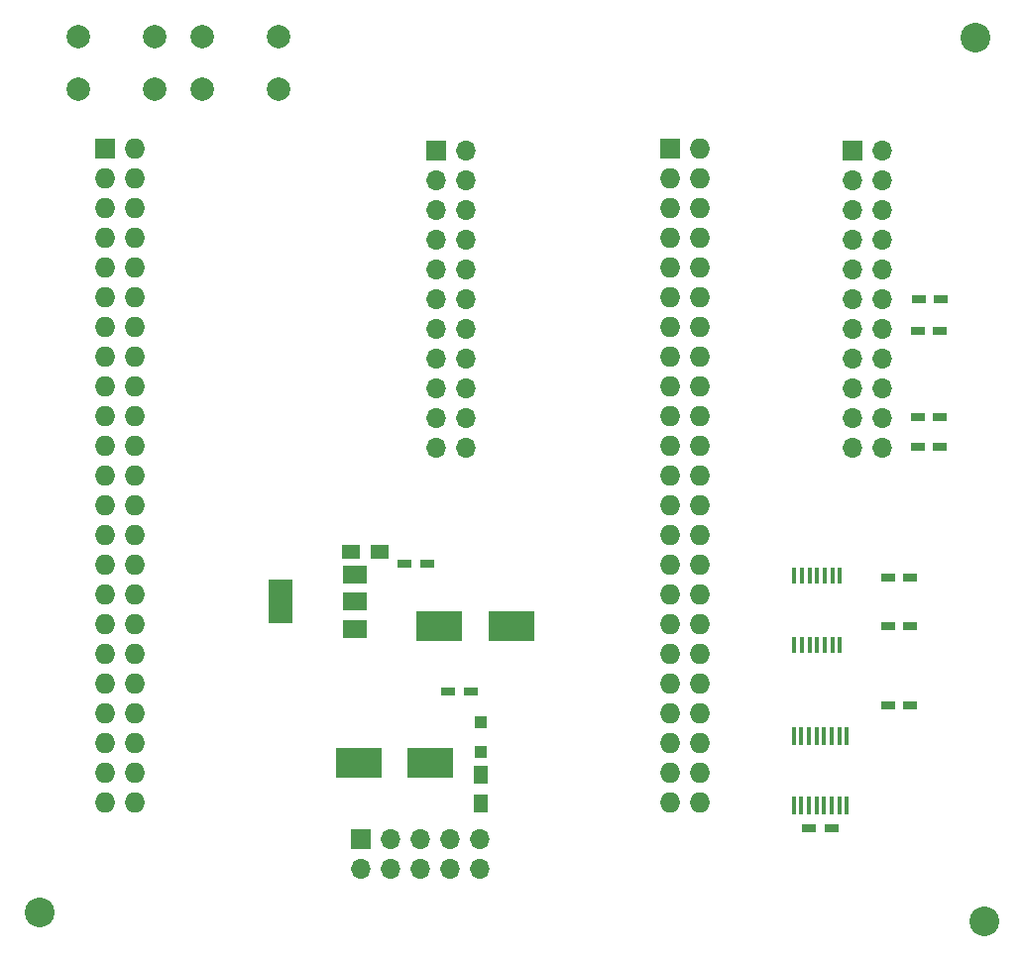
<source format=gts>
G04 #@! TF.FileFunction,Soldermask,Top*
%FSLAX46Y46*%
G04 Gerber Fmt 4.6, Leading zero omitted, Abs format (unit mm)*
G04 Created by KiCad (PCBNEW 4.0.6) date 08/23/17 08:58:04*
%MOMM*%
%LPD*%
G01*
G04 APERTURE LIST*
%ADD10C,0.100000*%
%ADD11R,1.727200X1.727200*%
%ADD12O,1.727200X1.727200*%
%ADD13R,1.200000X0.750000*%
%ADD14R,4.000000X2.500000*%
%ADD15R,1.000000X1.000000*%
%ADD16R,1.700000X1.700000*%
%ADD17O,1.700000X1.700000*%
%ADD18R,1.250000X1.500000*%
%ADD19R,1.500000X1.250000*%
%ADD20C,2.000000*%
%ADD21R,0.450000X1.450000*%
%ADD22R,0.450000X1.500000*%
%ADD23R,2.000000X3.800000*%
%ADD24R,2.000000X1.500000*%
%ADD25C,2.540000*%
G04 APERTURE END LIST*
D10*
D11*
X214278100Y-43406400D03*
D12*
X216818100Y-43406400D03*
X214278100Y-45946400D03*
X216818100Y-45946400D03*
X214278100Y-48486400D03*
X216818100Y-48486400D03*
X214278100Y-51026400D03*
X216818100Y-51026400D03*
X214278100Y-53566400D03*
X216818100Y-53566400D03*
X214278100Y-56106400D03*
X216818100Y-56106400D03*
X214278100Y-58646400D03*
X216818100Y-58646400D03*
X214278100Y-61186400D03*
X216818100Y-61186400D03*
X214278100Y-63726400D03*
X216818100Y-63726400D03*
X214278100Y-66266400D03*
X216818100Y-66266400D03*
X214278100Y-68806400D03*
X216818100Y-68806400D03*
X214278100Y-71346400D03*
X216818100Y-71346400D03*
X214278100Y-73886400D03*
X216818100Y-73886400D03*
X214278100Y-76426400D03*
X216818100Y-76426400D03*
X214278100Y-78966400D03*
X216818100Y-78966400D03*
X214278100Y-81506400D03*
X216818100Y-81506400D03*
X214278100Y-84046400D03*
X216818100Y-84046400D03*
X214278100Y-86586400D03*
X216818100Y-86586400D03*
X214278100Y-89126400D03*
X216818100Y-89126400D03*
X214278100Y-91666400D03*
X216818100Y-91666400D03*
X214278100Y-94206400D03*
X216818100Y-94206400D03*
X214278100Y-96746400D03*
X216818100Y-96746400D03*
X214278100Y-99286400D03*
X216818100Y-99286400D03*
D11*
X166018100Y-43406400D03*
D12*
X168558100Y-43406400D03*
X166018100Y-45946400D03*
X168558100Y-45946400D03*
X166018100Y-48486400D03*
X168558100Y-48486400D03*
X166018100Y-51026400D03*
X168558100Y-51026400D03*
X166018100Y-53566400D03*
X168558100Y-53566400D03*
X166018100Y-56106400D03*
X168558100Y-56106400D03*
X166018100Y-58646400D03*
X168558100Y-58646400D03*
X166018100Y-61186400D03*
X168558100Y-61186400D03*
X166018100Y-63726400D03*
X168558100Y-63726400D03*
X166018100Y-66266400D03*
X168558100Y-66266400D03*
X166018100Y-68806400D03*
X168558100Y-68806400D03*
X166018100Y-71346400D03*
X168558100Y-71346400D03*
X166018100Y-73886400D03*
X168558100Y-73886400D03*
X166018100Y-76426400D03*
X168558100Y-76426400D03*
X166018100Y-78966400D03*
X168558100Y-78966400D03*
X166018100Y-81506400D03*
X168558100Y-81506400D03*
X166018100Y-84046400D03*
X168558100Y-84046400D03*
X166018100Y-86586400D03*
X168558100Y-86586400D03*
X166018100Y-89126400D03*
X168558100Y-89126400D03*
X166018100Y-91666400D03*
X168558100Y-91666400D03*
X166018100Y-94206400D03*
X168558100Y-94206400D03*
X166018100Y-96746400D03*
X168558100Y-96746400D03*
X166018100Y-99286400D03*
X168558100Y-99286400D03*
D13*
X232910100Y-84247105D03*
X234810100Y-84247105D03*
X232910100Y-80082400D03*
X234810100Y-80082400D03*
X232910100Y-91004398D03*
X234810100Y-91004398D03*
X228079100Y-101545400D03*
X226179100Y-101545400D03*
X197264100Y-89814400D03*
X195364100Y-89814400D03*
D14*
X200715100Y-84273400D03*
X194615100Y-84273400D03*
D13*
X191620100Y-78892400D03*
X193520100Y-78892400D03*
D14*
X193842100Y-95910400D03*
X187742100Y-95910400D03*
D15*
X198134100Y-92480400D03*
X198134100Y-94980400D03*
D16*
X187886100Y-102434400D03*
D17*
X187886100Y-104974400D03*
X190426100Y-102434400D03*
X190426100Y-104974400D03*
X192966100Y-102434400D03*
X192966100Y-104974400D03*
X195506100Y-102434400D03*
X195506100Y-104974400D03*
X198046100Y-102434400D03*
X198046100Y-104974400D03*
D18*
X198158100Y-96946400D03*
X198158100Y-99446400D03*
D19*
X189502100Y-77876400D03*
X187002100Y-77876400D03*
D20*
X163770100Y-38382400D03*
X170270100Y-38382400D03*
X163770100Y-33882400D03*
X170270100Y-33882400D03*
D13*
X235547910Y-56333400D03*
X237447910Y-56333400D03*
X235450100Y-66366400D03*
X237350100Y-66366400D03*
X235450100Y-59000400D03*
X237350100Y-59000400D03*
X235450100Y-68906400D03*
X237350100Y-68906400D03*
D21*
X228819100Y-79926400D03*
X228169100Y-79926400D03*
X227519100Y-79926400D03*
X226869100Y-79926400D03*
X226219100Y-79926400D03*
X225569100Y-79926400D03*
X224919100Y-79926400D03*
X224919100Y-85826400D03*
X225569100Y-85826400D03*
X226219100Y-85826400D03*
X226869100Y-85826400D03*
X227519100Y-85826400D03*
X228169100Y-85826400D03*
X228819100Y-85826400D03*
D22*
X224854100Y-99542400D03*
X225504100Y-99542400D03*
X226154100Y-99542400D03*
X226804100Y-99542400D03*
X227454100Y-99542400D03*
X228104100Y-99542400D03*
X228754100Y-99542400D03*
X229404100Y-99542400D03*
X229404100Y-93642400D03*
X228754100Y-93642400D03*
X228104100Y-93642400D03*
X227454100Y-93642400D03*
X226804100Y-93642400D03*
X226154100Y-93642400D03*
X225504100Y-93642400D03*
X224854100Y-93642400D03*
D23*
X181038100Y-82180400D03*
D24*
X187338100Y-82180400D03*
X187338100Y-79880400D03*
X187338100Y-84480400D03*
D16*
X194348100Y-43586400D03*
D17*
X196888100Y-43586400D03*
X194348100Y-46126400D03*
X196888100Y-46126400D03*
X194348100Y-48666400D03*
X196888100Y-48666400D03*
X194348100Y-51206400D03*
X196888100Y-51206400D03*
X194348100Y-53746400D03*
X196888100Y-53746400D03*
X194348100Y-56286400D03*
X196888100Y-56286400D03*
X194348100Y-58826400D03*
X196888100Y-58826400D03*
X194348100Y-61366400D03*
X196888100Y-61366400D03*
X194348100Y-63906400D03*
X196888100Y-63906400D03*
X194348100Y-66446400D03*
X196888100Y-66446400D03*
X194348100Y-68986400D03*
X196888100Y-68986400D03*
D16*
X229908100Y-43586400D03*
D17*
X232448100Y-43586400D03*
X229908100Y-46126400D03*
X232448100Y-46126400D03*
X229908100Y-48666400D03*
X232448100Y-48666400D03*
X229908100Y-51206400D03*
X232448100Y-51206400D03*
X229908100Y-53746400D03*
X232448100Y-53746400D03*
X229908100Y-56286400D03*
X232448100Y-56286400D03*
X229908100Y-58826400D03*
X232448100Y-58826400D03*
X229908100Y-61366400D03*
X232448100Y-61366400D03*
X229908100Y-63906400D03*
X232448100Y-63906400D03*
X229908100Y-66446400D03*
X232448100Y-66446400D03*
X229908100Y-68986400D03*
X232448100Y-68986400D03*
D20*
X174370100Y-38382400D03*
X180870100Y-38382400D03*
X174370100Y-33882400D03*
X180870100Y-33882400D03*
D25*
X160420100Y-108732400D03*
X240420100Y-33982400D03*
X241170100Y-109482400D03*
M02*

</source>
